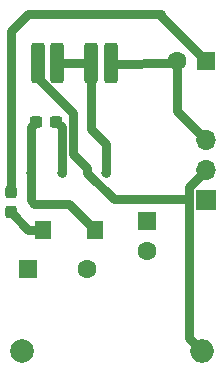
<source format=gbr>
%TF.GenerationSoftware,KiCad,Pcbnew,7.0.1*%
%TF.CreationDate,2023-05-08T08:01:26-07:00*%
%TF.ProjectId,LM2670-ADJ-Carrier,4c4d3236-3730-42d4-9144-4a2d43617272,rev?*%
%TF.SameCoordinates,Original*%
%TF.FileFunction,Copper,L2,Bot*%
%TF.FilePolarity,Positive*%
%FSLAX46Y46*%
G04 Gerber Fmt 4.6, Leading zero omitted, Abs format (unit mm)*
G04 Created by KiCad (PCBNEW 7.0.1) date 2023-05-08 08:01:26*
%MOMM*%
%LPD*%
G01*
G04 APERTURE LIST*
G04 Aperture macros list*
%AMRoundRect*
0 Rectangle with rounded corners*
0 $1 Rounding radius*
0 $2 $3 $4 $5 $6 $7 $8 $9 X,Y pos of 4 corners*
0 Add a 4 corners polygon primitive as box body*
4,1,4,$2,$3,$4,$5,$6,$7,$8,$9,$2,$3,0*
0 Add four circle primitives for the rounded corners*
1,1,$1+$1,$2,$3*
1,1,$1+$1,$4,$5*
1,1,$1+$1,$6,$7*
1,1,$1+$1,$8,$9*
0 Add four rect primitives between the rounded corners*
20,1,$1+$1,$2,$3,$4,$5,0*
20,1,$1+$1,$4,$5,$6,$7,0*
20,1,$1+$1,$6,$7,$8,$9,0*
20,1,$1+$1,$8,$9,$2,$3,0*%
G04 Aperture macros list end*
%TA.AperFunction,ComponentPad*%
%ADD10O,1.700000X1.700000*%
%TD*%
%TA.AperFunction,ComponentPad*%
%ADD11R,1.700000X1.700000*%
%TD*%
%TA.AperFunction,ComponentPad*%
%ADD12C,2.000000*%
%TD*%
%TA.AperFunction,ComponentPad*%
%ADD13O,2.000000X2.000000*%
%TD*%
%TA.AperFunction,ComponentPad*%
%ADD14R,1.600000X1.600000*%
%TD*%
%TA.AperFunction,ComponentPad*%
%ADD15C,1.600000*%
%TD*%
%TA.AperFunction,SMDPad,CuDef*%
%ADD16RoundRect,0.250000X0.337500X1.450000X-0.337500X1.450000X-0.337500X-1.450000X0.337500X-1.450000X0*%
%TD*%
%TA.AperFunction,SMDPad,CuDef*%
%ADD17R,1.450000X1.490000*%
%TD*%
%TA.AperFunction,SMDPad,CuDef*%
%ADD18RoundRect,0.237500X-0.237500X0.300000X-0.237500X-0.300000X0.237500X-0.300000X0.237500X0.300000X0*%
%TD*%
%TA.AperFunction,SMDPad,CuDef*%
%ADD19RoundRect,0.237500X0.300000X0.237500X-0.300000X0.237500X-0.300000X-0.237500X0.300000X-0.237500X0*%
%TD*%
%TA.AperFunction,ViaPad*%
%ADD20C,0.800000*%
%TD*%
%TA.AperFunction,Conductor*%
%ADD21C,0.762000*%
%TD*%
G04 APERTURE END LIST*
D10*
%TO.P,J1,3,Pin_3*%
%TO.N,GND*%
X153109449Y-96537000D03*
%TO.P,J1,2,Pin_2*%
%TO.N,Net-(J1-Pin_2)*%
X153109449Y-99077000D03*
D11*
%TO.P,J1,1,Pin_1*%
%TO.N,+VDC*%
X153109449Y-101617000D03*
%TD*%
D12*
%TO.P,L1,1,1*%
%TO.N,Net-(IC1-SWITCH_OUTPUT)*%
X137571683Y-114432376D03*
D13*
%TO.P,L1,2,2*%
%TO.N,Net-(J1-Pin_2)*%
X152811683Y-114432376D03*
%TD*%
D14*
%TO.P,C5,1*%
%TO.N,Net-(J1-Pin_2)*%
X138049386Y-107482969D03*
D15*
%TO.P,C5,2*%
%TO.N,GND*%
X143049386Y-107482969D03*
%TD*%
D14*
%TO.P,C2,1*%
%TO.N,+VDC*%
X148158263Y-103439855D03*
D15*
%TO.P,C2,2*%
%TO.N,GND*%
X148158263Y-105939855D03*
%TD*%
D14*
%TO.P,C1,1*%
%TO.N,+VDC*%
X153150694Y-89852484D03*
D15*
%TO.P,C1,2*%
%TO.N,GND*%
X150650694Y-89852484D03*
%TD*%
D16*
%TO.P,R2,1*%
%TO.N,GND*%
X145062319Y-89981090D03*
%TO.P,R2,2*%
%TO.N,Net-(IC1-FEEDBACK{slash}FB)*%
X143387319Y-89981090D03*
%TD*%
D17*
%TO.P,D1,1*%
%TO.N,Net-(IC1-SWITCH_OUTPUT)*%
X143723353Y-104117685D03*
%TO.P,D1,2*%
%TO.N,GND*%
X139373353Y-104117685D03*
%TD*%
D18*
%TO.P,C4,1*%
%TO.N,+VDC*%
X136616773Y-100907438D03*
%TO.P,C4,2*%
%TO.N,GND*%
X136616773Y-102632438D03*
%TD*%
D16*
%TO.P,R3,1*%
%TO.N,Net-(IC1-FEEDBACK{slash}FB)*%
X140553567Y-89981090D03*
%TO.P,R3,2*%
%TO.N,Net-(J1-Pin_2)*%
X138878567Y-89981090D03*
%TD*%
D19*
%TO.P,C3,2*%
%TO.N,Net-(IC1-SWITCH_OUTPUT)*%
X138750084Y-94977917D03*
%TO.P,C3,1*%
%TO.N,Net-(IC1-CBOOST{slash}CB)*%
X140475084Y-94977917D03*
%TD*%
D20*
%TO.N,GND*%
X145044492Y-90116316D03*
X139361089Y-104173410D03*
%TO.N,+VDC*%
X136584816Y-100914487D03*
%TO.N,Net-(IC1-SWITCH_OUTPUT)*%
X138310708Y-99329224D03*
%TO.N,Net-(IC1-CBOOST{slash}CB)*%
X140905938Y-99349110D03*
%TO.N,Net-(IC1-FEEDBACK{slash}FB)*%
X144645369Y-99368287D03*
%TD*%
D21*
%TO.N,+VDC*%
X149360407Y-86062197D02*
X153150694Y-89852484D01*
X149360407Y-85838109D02*
X149360407Y-86062197D01*
X138084581Y-85838109D02*
X149360407Y-85838109D01*
X136616773Y-87305917D02*
X138084581Y-85838109D01*
X136616773Y-100907438D02*
X136616773Y-87305917D01*
%TO.N,GND*%
X145044492Y-90116316D02*
X150522088Y-89981090D01*
%TO.N,Net-(J1-Pin_2)*%
X145308170Y-101550349D02*
X151678449Y-101550349D01*
X143095062Y-99337241D02*
X145308170Y-101550349D01*
X143095062Y-98942766D02*
X143095062Y-99337241D01*
X141867938Y-97715642D02*
X143095062Y-98942766D01*
X141867938Y-94258172D02*
X141867938Y-97715642D01*
X138878567Y-91268801D02*
X141867938Y-94258172D01*
X138878567Y-89981090D02*
X138878567Y-91268801D01*
X151678449Y-101550349D02*
X151678449Y-113299142D01*
X151678449Y-100508000D02*
X151678449Y-101550349D01*
%TO.N,Net-(IC1-FEEDBACK{slash}FB)*%
X140553567Y-89981090D02*
X143387319Y-89981090D01*
%TO.N,Net-(J1-Pin_2)*%
X151678449Y-113299142D02*
X152811683Y-114432376D01*
X153109449Y-99077000D02*
X151678449Y-100508000D01*
%TO.N,GND*%
X139361089Y-104173410D02*
X138102020Y-104117685D01*
%TO.N,Net-(IC1-SWITCH_OUTPUT)*%
X141537223Y-101931555D02*
X138603207Y-101931555D01*
X143723353Y-104117685D02*
X141537223Y-101931555D01*
X138603207Y-101931555D02*
X138310708Y-101639056D01*
X138310708Y-101639056D02*
X138310708Y-99329224D01*
%TO.N,GND*%
X138102020Y-104117685D02*
X136616773Y-102632438D01*
X139373353Y-104117685D02*
X139361089Y-104173410D01*
%TO.N,Net-(IC1-SWITCH_OUTPUT)*%
X138310708Y-95417293D02*
X138750084Y-94977917D01*
X138310708Y-99329224D02*
X138310708Y-95417293D01*
%TO.N,Net-(IC1-CBOOST{slash}CB)*%
X140905938Y-95408771D02*
X140475084Y-94977917D01*
X140905938Y-99349110D02*
X140905938Y-95408771D01*
%TO.N,Net-(IC1-FEEDBACK{slash}FB)*%
X144645369Y-96899481D02*
X144645369Y-99368287D01*
X143387319Y-95641431D02*
X144645369Y-96899481D01*
X143387319Y-89981090D02*
X143387319Y-95641431D01*
%TO.N,GND*%
X150650694Y-94078245D02*
X153109449Y-96537000D01*
X150650694Y-89852484D02*
X150650694Y-94078245D01*
X150522088Y-89981090D02*
X150650694Y-89852484D01*
X145062319Y-89981090D02*
X145044492Y-90116316D01*
%TD*%
M02*

</source>
